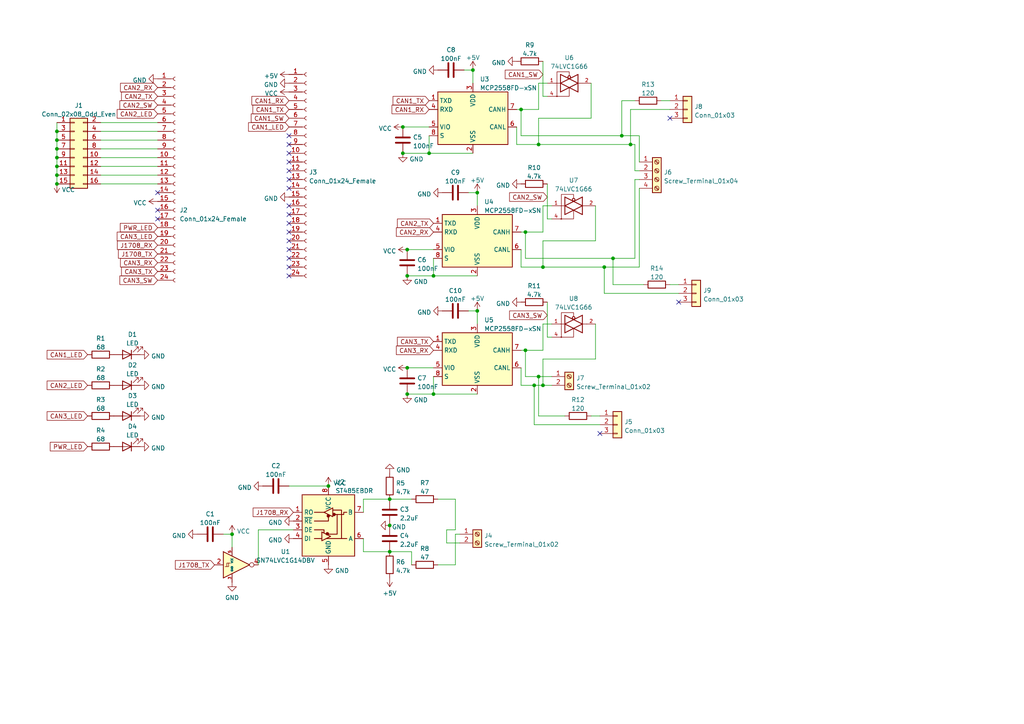
<source format=kicad_sch>
(kicad_sch (version 20211123) (generator eeschema)
  (paper "A4")
  (lib_symbols
    (symbol "74xGxx:74LVC1G66"
      (property "Reference" "U" (at -2.54 5.08 0))
      (property "Value" "74LVC1G66" (at 0 -5.08 0))
      (symbol "74LVC1G66_0_1"
        (circle (center -3.556 -3.81) (radius 0.127))
        (polyline (pts (xy -3.81 0) (xy -2.54 0)))
        (polyline (pts (xy -2.54 2.54) (xy -2.54 -2.54)) (stroke (width 0.254)))
        (polyline (pts (xy 2.54 0) (xy 3.81 0)))
        (polyline (pts (xy 2.54 2.54) (xy 2.54 -2.54)) (stroke (width 0.254)))
        (polyline (pts (xy -3.81 -3.81) (xy 0 -3.81) (xy 0 -1.27)))
        (polyline (pts (xy -2.54 -2.54) (xy 2.54 0) (xy -2.54 2.54)) (stroke (width 0.254)))
        (polyline (pts (xy 2.54 2.54) (xy -2.54 0) (xy 2.54 -2.54)) (stroke (width 0.254)))
        (polyline (pts (xy 0 2.159) (xy 0 3.302) (xy -3.556 3.302) (xy -3.556 -3.81)))
        (circle (center 0 1.778) (radius 0.381) (stroke (width 0.254)))
      )
      (symbol "74LVC1G66_1_1"
        (pin bidirectional line (at -6.35 0 0) (length 2.54) (name "~") (number "1"))
        (pin bidirectional line (at 6.35 0 180) (length 2.54) (name "~") (number "2"))
        (pin power_in line (at 1.27 -3.81 270) (length 0) hide (name "GND") (number "3"))
        (pin input line (at -6.35 -3.81 0) (length 2.54) (name "~") (number "4"))
        (pin power_in line (at 1.27 3.81 90) (length 0) hide (name "VCC") (number "5"))
      )
    )
    (symbol "74xGxx:SN74LVC1G14DBV"
      (property "Reference" "U" (at -2.54 5.08 0))
      (property "Value" "SN74LVC1G14DBV" (at 10.16 5.08 0))
      (symbol "SN74LVC1G14DBV_0_1"
        (polyline (pts (xy -1.016 0.508) (xy -0.508 0.508)))
        (polyline (pts (xy -2.54 3.81) (xy -2.54 -3.81) (xy 5.08 0) (xy -2.54 3.81)) (stroke (width 0.254)) (fill (type background)))
        (polyline (pts (xy -1.524 -0.508) (xy -1.524 0.508) (xy -1.016 0.508) (xy -1.016 -0.508) (xy -2.032 -0.508)))
        (circle (center 5.715 0) (radius 0.635))
      )
      (symbol "SN74LVC1G14DBV_1_1"
        (pin no_connect line (at 5.08 0 180) (length 2.54) hide (name "NC") (number "1"))
        (pin input line (at -5.08 0 0) (length 2.54) (name "~") (number "2"))
        (pin power_in line (at 0 -5.08 90) (length 2.54) (name "GND") (number "3"))
        (pin output line (at 7.62 0 180) (length 1.27) (name "~") (number "4"))
        (pin power_in line (at 0 5.08 270) (length 2.54) (name "VCC") (number "5"))
      )
    )
    (symbol "Connector:Conn_01x24_Female" (pin_names (offset 1.016) hide)
      (property "Reference" "J" (at 0 30.48 0))
      (property "Value" "Conn_01x24_Female" (at 0 -33.02 0))
      (symbol "Conn_01x24_Female_1_1"
        (arc (start 0 -29.972) (mid -0.508 -30.48) (end 0 -30.988) (stroke (width 0.1524)))
        (arc (start 0 -27.432) (mid -0.508 -27.94) (end 0 -28.448) (stroke (width 0.1524)))
        (arc (start 0 -24.892) (mid -0.508 -25.4) (end 0 -25.908) (stroke (width 0.1524)))
        (arc (start 0 -22.352) (mid -0.508 -22.86) (end 0 -23.368) (stroke (width 0.1524)))
        (arc (start 0 -19.812) (mid -0.508 -20.32) (end 0 -20.828) (stroke (width 0.1524)))
        (arc (start 0 -17.272) (mid -0.508 -17.78) (end 0 -18.288) (stroke (width 0.1524)))
        (arc (start 0 -14.732) (mid -0.508 -15.24) (end 0 -15.748) (stroke (width 0.1524)))
        (arc (start 0 -12.192) (mid -0.508 -12.7) (end 0 -13.208) (stroke (width 0.1524)))
        (arc (start 0 -9.652) (mid -0.508 -10.16) (end 0 -10.668) (stroke (width 0.1524)))
        (arc (start 0 -7.112) (mid -0.508 -7.62) (end 0 -8.128) (stroke (width 0.1524)))
        (arc (start 0 -4.572) (mid -0.508 -5.08) (end 0 -5.588) (stroke (width 0.1524)))
        (arc (start 0 -2.032) (mid -0.508 -2.54) (end 0 -3.048) (stroke (width 0.1524)))
        (polyline (pts (xy -1.27 -30.48) (xy -0.508 -30.48)) (stroke (width 0.1524)))
        (polyline (pts (xy -1.27 -27.94) (xy -0.508 -27.94)) (stroke (width 0.1524)))
        (polyline (pts (xy -1.27 -25.4) (xy -0.508 -25.4)) (stroke (width 0.1524)))
        (polyline (pts (xy -1.27 -22.86) (xy -0.508 -22.86)) (stroke (width 0.1524)))
        (polyline (pts (xy -1.27 -20.32) (xy -0.508 -20.32)) (stroke (width 0.1524)))
        (polyline (pts (xy -1.27 -17.78) (xy -0.508 -17.78)) (stroke (width 0.1524)))
        (polyline (pts (xy -1.27 -15.24) (xy -0.508 -15.24)) (stroke (width 0.1524)))
        (polyline (pts (xy -1.27 -12.7) (xy -0.508 -12.7)) (stroke (width 0.1524)))
        (polyline (pts (xy -1.27 -10.16) (xy -0.508 -10.16)) (stroke (width 0.1524)))
        (polyline (pts (xy -1.27 -7.62) (xy -0.508 -7.62)) (stroke (width 0.1524)))
        (polyline (pts (xy -1.27 -5.08) (xy -0.508 -5.08)) (stroke (width 0.1524)))
        (polyline (pts (xy -1.27 -2.54) (xy -0.508 -2.54)) (stroke (width 0.1524)))
        (polyline (pts (xy -1.27 0) (xy -0.508 0)) (stroke (width 0.1524)))
        (polyline (pts (xy -1.27 2.54) (xy -0.508 2.54)) (stroke (width 0.1524)))
        (polyline (pts (xy -1.27 5.08) (xy -0.508 5.08)) (stroke (width 0.1524)))
        (polyline (pts (xy -1.27 7.62) (xy -0.508 7.62)) (stroke (width 0.1524)))
        (polyline (pts (xy -1.27 10.16) (xy -0.508 10.16)) (stroke (width 0.1524)))
        (polyline (pts (xy -1.27 12.7) (xy -0.508 12.7)) (stroke (width 0.1524)))
        (polyline (pts (xy -1.27 15.24) (xy -0.508 15.24)) (stroke (width 0.1524)))
        (polyline (pts (xy -1.27 17.78) (xy -0.508 17.78)) (stroke (width 0.1524)))
        (polyline (pts (xy -1.27 20.32) (xy -0.508 20.32)) (stroke (width 0.1524)))
        (polyline (pts (xy -1.27 22.86) (xy -0.508 22.86)) (stroke (width 0.1524)))
        (polyline (pts (xy -1.27 25.4) (xy -0.508 25.4)) (stroke (width 0.1524)))
        (polyline (pts (xy -1.27 27.94) (xy -0.508 27.94)) (stroke (width 0.1524)))
        (arc (start 0 0.508) (mid -0.508 0) (end 0 -0.508) (stroke (width 0.1524)))
        (arc (start 0 3.048) (mid -0.508 2.54) (end 0 2.032) (stroke (width 0.1524)))
        (arc (start 0 5.588) (mid -0.508 5.08) (end 0 4.572) (stroke (width 0.1524)))
        (arc (start 0 8.128) (mid -0.508 7.62) (end 0 7.112) (stroke (width 0.1524)))
        (arc (start 0 10.668) (mid -0.508 10.16) (end 0 9.652) (stroke (width 0.1524)))
        (arc (start 0 13.208) (mid -0.508 12.7) (end 0 12.192) (stroke (width 0.1524)))
        (arc (start 0 15.748) (mid -0.508 15.24) (end 0 14.732) (stroke (width 0.1524)))
        (arc (start 0 18.288) (mid -0.508 17.78) (end 0 17.272) (stroke (width 0.1524)))
        (arc (start 0 20.828) (mid -0.508 20.32) (end 0 19.812) (stroke (width 0.1524)))
        (arc (start 0 23.368) (mid -0.508 22.86) (end 0 22.352) (stroke (width 0.1524)))
        (arc (start 0 25.908) (mid -0.508 25.4) (end 0 24.892) (stroke (width 0.1524)))
        (arc (start 0 28.448) (mid -0.508 27.94) (end 0 27.432) (stroke (width 0.1524)))
        (pin passive line (at -5.08 27.94 0) (length 3.81) (name "Pin_1") (number "1"))
        (pin passive line (at -5.08 5.08 0) (length 3.81) (name "Pin_10") (number "10"))
        (pin passive line (at -5.08 2.54 0) (length 3.81) (name "Pin_11") (number "11"))
        (pin passive line (at -5.08 0 0) (length 3.81) (name "Pin_12") (number "12"))
        (pin passive line (at -5.08 -2.54 0) (length 3.81) (name "Pin_13") (number "13"))
        (pin passive line (at -5.08 -5.08 0) (length 3.81) (name "Pin_14") (number "14"))
        (pin passive line (at -5.08 -7.62 0) (length 3.81) (name "Pin_15") (number "15"))
        (pin passive line (at -5.08 -10.16 0) (length 3.81) (name "Pin_16") (number "16"))
        (pin passive line (at -5.08 -12.7 0) (length 3.81) (name "Pin_17") (number "17"))
        (pin passive line (at -5.08 -15.24 0) (length 3.81) (name "Pin_18") (number "18"))
        (pin passive line (at -5.08 -17.78 0) (length 3.81) (name "Pin_19") (number "19"))
        (pin passive line (at -5.08 25.4 0) (length 3.81) (name "Pin_2") (number "2"))
        (pin passive line (at -5.08 -20.32 0) (length 3.81) (name "Pin_20") (number "20"))
        (pin passive line (at -5.08 -22.86 0) (length 3.81) (name "Pin_21") (number "21"))
        (pin passive line (at -5.08 -25.4 0) (length 3.81) (name "Pin_22") (number "22"))
        (pin passive line (at -5.08 -27.94 0) (length 3.81) (name "Pin_23") (number "23"))
        (pin passive line (at -5.08 -30.48 0) (length 3.81) (name "Pin_24") (number "24"))
        (pin passive line (at -5.08 22.86 0) (length 3.81) (name "Pin_3") (number "3"))
        (pin passive line (at -5.08 20.32 0) (length 3.81) (name "Pin_4") (number "4"))
        (pin passive line (at -5.08 17.78 0) (length 3.81) (name "Pin_5") (number "5"))
        (pin passive line (at -5.08 15.24 0) (length 3.81) (name "Pin_6") (number "6"))
        (pin passive line (at -5.08 12.7 0) (length 3.81) (name "Pin_7") (number "7"))
        (pin passive line (at -5.08 10.16 0) (length 3.81) (name "Pin_8") (number "8"))
        (pin passive line (at -5.08 7.62 0) (length 3.81) (name "Pin_9") (number "9"))
      )
    )
    (symbol "Connector:Screw_Terminal_01x02" (pin_names (offset 1.016) hide)
      (property "Reference" "J" (at 0 2.54 0))
      (property "Value" "Screw_Terminal_01x02" (at 0 -5.08 0))
      (symbol "Screw_Terminal_01x02_1_1"
        (rectangle (start -1.27 1.27) (end 1.27 -3.81) (stroke (width 0.254)) (fill (type background)))
        (circle (center 0 -2.54) (radius 0.635) (stroke (width 0.1524)))
        (polyline (pts (xy -0.5334 -2.2098) (xy 0.3302 -3.048)) (stroke (width 0.1524)))
        (polyline (pts (xy -0.5334 0.3302) (xy 0.3302 -0.508)) (stroke (width 0.1524)))
        (polyline (pts (xy -0.3556 -2.032) (xy 0.508 -2.8702)) (stroke (width 0.1524)))
        (polyline (pts (xy -0.3556 0.508) (xy 0.508 -0.3302)) (stroke (width 0.1524)))
        (circle (center 0 0) (radius 0.635) (stroke (width 0.1524)))
        (pin passive line (at -5.08 0 0) (length 3.81) (name "Pin_1") (number "1"))
        (pin passive line (at -5.08 -2.54 0) (length 3.81) (name "Pin_2") (number "2"))
      )
    )
    (symbol "Connector:Screw_Terminal_01x04" (pin_names (offset 1.016) hide)
      (property "Reference" "J" (at 0 5.08 0))
      (property "Value" "Screw_Terminal_01x04" (at 0 -7.62 0))
      (symbol "Screw_Terminal_01x04_1_1"
        (rectangle (start -1.27 3.81) (end 1.27 -6.35) (stroke (width 0.254)) (fill (type background)))
        (circle (center 0 -5.08) (radius 0.635) (stroke (width 0.1524)))
        (circle (center 0 -2.54) (radius 0.635) (stroke (width 0.1524)))
        (polyline (pts (xy -0.5334 -4.7498) (xy 0.3302 -5.588)) (stroke (width 0.1524)))
        (polyline (pts (xy -0.5334 -2.2098) (xy 0.3302 -3.048)) (stroke (width 0.1524)))
        (polyline (pts (xy -0.5334 0.3302) (xy 0.3302 -0.508)) (stroke (width 0.1524)))
        (polyline (pts (xy -0.5334 2.8702) (xy 0.3302 2.032)) (stroke (width 0.1524)))
        (polyline (pts (xy -0.3556 -4.572) (xy 0.508 -5.4102)) (stroke (width 0.1524)))
        (polyline (pts (xy -0.3556 -2.032) (xy 0.508 -2.8702)) (stroke (width 0.1524)))
        (polyline (pts (xy -0.3556 0.508) (xy 0.508 -0.3302)) (stroke (width 0.1524)))
        (polyline (pts (xy -0.3556 3.048) (xy 0.508 2.2098)) (stroke (width 0.1524)))
        (circle (center 0 0) (radius 0.635) (stroke (width 0.1524)))
        (circle (center 0 2.54) (radius 0.635) (stroke (width 0.1524)))
        (pin passive line (at -5.08 2.54 0) (length 3.81) (name "Pin_1") (number "1"))
        (pin passive line (at -5.08 0 0) (length 3.81) (name "Pin_2") (number "2"))
        (pin passive line (at -5.08 -2.54 0) (length 3.81) (name "Pin_3") (number "3"))
        (pin passive line (at -5.08 -5.08 0) (length 3.81) (name "Pin_4") (number "4"))
      )
    )
    (symbol "Connector_Generic:Conn_01x03" (pin_names (offset 1.016) hide)
      (property "Reference" "J" (at 0 5.08 0))
      (property "Value" "Conn_01x03" (at 0 -5.08 0))
      (symbol "Conn_01x03_1_1"
        (rectangle (start -1.27 -2.413) (end 0 -2.667) (stroke (width 0.1524)))
        (rectangle (start -1.27 0.127) (end 0 -0.127) (stroke (width 0.1524)))
        (rectangle (start -1.27 2.667) (end 0 2.413) (stroke (width 0.1524)))
        (rectangle (start -1.27 3.81) (end 1.27 -3.81) (stroke (width 0.254)) (fill (type background)))
        (pin passive line (at -5.08 2.54 0) (length 3.81) (name "Pin_1") (number "1"))
        (pin passive line (at -5.08 0 0) (length 3.81) (name "Pin_2") (number "2"))
        (pin passive line (at -5.08 -2.54 0) (length 3.81) (name "Pin_3") (number "3"))
      )
    )
    (symbol "Connector_Generic:Conn_02x08_Odd_Even" (pin_names (offset 1.016) hide)
      (property "Reference" "J" (at 1.27 10.16 0))
      (property "Value" "Conn_02x08_Odd_Even" (at 1.27 -12.7 0))
      (symbol "Conn_02x08_Odd_Even_1_1"
        (rectangle (start -1.27 -10.033) (end 0 -10.287) (stroke (width 0.1524)))
        (rectangle (start -1.27 -7.493) (end 0 -7.747) (stroke (width 0.1524)))
        (rectangle (start -1.27 -4.953) (end 0 -5.207) (stroke (width 0.1524)))
        (rectangle (start -1.27 -2.413) (end 0 -2.667) (stroke (width 0.1524)))
        (rectangle (start -1.27 0.127) (end 0 -0.127) (stroke (width 0.1524)))
        (rectangle (start -1.27 2.667) (end 0 2.413) (stroke (width 0.1524)))
        (rectangle (start -1.27 5.207) (end 0 4.953) (stroke (width 0.1524)))
        (rectangle (start -1.27 7.747) (end 0 7.493) (stroke (width 0.1524)))
        (rectangle (start -1.27 8.89) (end 3.81 -11.43) (stroke (width 0.254)) (fill (type background)))
        (rectangle (start 3.81 -10.033) (end 2.54 -10.287) (stroke (width 0.1524)))
        (rectangle (start 3.81 -7.493) (end 2.54 -7.747) (stroke (width 0.1524)))
        (rectangle (start 3.81 -4.953) (end 2.54 -5.207) (stroke (width 0.1524)))
        (rectangle (start 3.81 -2.413) (end 2.54 -2.667) (stroke (width 0.1524)))
        (rectangle (start 3.81 0.127) (end 2.54 -0.127) (stroke (width 0.1524)))
        (rectangle (start 3.81 2.667) (end 2.54 2.413) (stroke (width 0.1524)))
        (rectangle (start 3.81 5.207) (end 2.54 4.953) (stroke (width 0.1524)))
        (rectangle (start 3.81 7.747) (end 2.54 7.493) (stroke (width 0.1524)))
        (pin passive line (at -5.08 7.62 0) (length 3.81) (name "Pin_1") (number "1"))
        (pin passive line (at 7.62 -2.54 180) (length 3.81) (name "Pin_10") (number "10"))
        (pin passive line (at -5.08 -5.08 0) (length 3.81) (name "Pin_11") (number "11"))
        (pin passive line (at 7.62 -5.08 180) (length 3.81) (name "Pin_12") (number "12"))
        (pin passive line (at -5.08 -7.62 0) (length 3.81) (name "Pin_13") (number "13"))
        (pin passive line (at 7.62 -7.62 180) (length 3.81) (name "Pin_14") (number "14"))
        (pin passive line (at -5.08 -10.16 0) (length 3.81) (name "Pin_15") (number "15"))
        (pin passive line (at 7.62 -10.16 180) (length 3.81) (name "Pin_16") (number "16"))
        (pin passive line (at 7.62 7.62 180) (length 3.81) (name "Pin_2") (number "2"))
        (pin passive line (at -5.08 5.08 0) (length 3.81) (name "Pin_3") (number "3"))
        (pin passive line (at 7.62 5.08 180) (length 3.81) (name "Pin_4") (number "4"))
        (pin passive line (at -5.08 2.54 0) (length 3.81) (name "Pin_5") (number "5"))
        (pin passive line (at 7.62 2.54 180) (length 3.81) (name "Pin_6") (number "6"))
        (pin passive line (at -5.08 0 0) (length 3.81) (name "Pin_7") (number "7"))
        (pin passive line (at 7.62 0 180) (length 3.81) (name "Pin_8") (number "8"))
        (pin passive line (at -5.08 -2.54 0) (length 3.81) (name "Pin_9") (number "9"))
      )
    )
    (symbol "Device:C" (pin_numbers hide) (pin_names (offset 0.254))
      (property "Reference" "C" (at 0.635 2.54 0))
      (property "Value" "C" (at 0.635 -2.54 0))
      (symbol "C_0_1"
        (polyline (pts (xy -2.032 -0.762) (xy 2.032 -0.762)) (stroke (width 0.508)))
        (polyline (pts (xy -2.032 0.762) (xy 2.032 0.762)) (stroke (width 0.508)))
      )
      (symbol "C_1_1"
        (pin passive line (at 0 3.81 270) (length 2.794) (name "~") (number "1"))
        (pin passive line (at 0 -3.81 90) (length 2.794) (name "~") (number "2"))
      )
    )
    (symbol "Device:LED" (pin_numbers hide) (pin_names (offset 1.016) hide)
      (property "Reference" "D" (at 0 2.54 0))
      (property "Value" "LED" (at 0 -2.54 0))
      (symbol "LED_0_1"
        (polyline (pts (xy -1.27 -1.27) (xy -1.27 1.27)) (stroke (width 0.254)))
        (polyline (pts (xy -1.27 0) (xy 1.27 0)))
        (polyline (pts (xy 1.27 -1.27) (xy 1.27 1.27) (xy -1.27 0) (xy 1.27 -1.27)) (stroke (width 0.254)))
        (polyline (pts (xy -3.048 -0.762) (xy -4.572 -2.286) (xy -3.81 -2.286) (xy -4.572 -2.286) (xy -4.572 -1.524)))
        (polyline (pts (xy -1.778 -0.762) (xy -3.302 -2.286) (xy -2.54 -2.286) (xy -3.302 -2.286) (xy -3.302 -1.524)))
      )
      (symbol "LED_1_1"
        (pin passive line (at -3.81 0 0) (length 2.54) (name "K") (number "1"))
        (pin passive line (at 3.81 0 180) (length 2.54) (name "A") (number "2"))
      )
    )
    (symbol "Device:R" (pin_numbers hide) (pin_names (offset 0))
      (property "Reference" "R" (at 2.032 0 90))
      (property "Value" "R" (at 0 0 90))
      (symbol "R_0_1"
        (rectangle (start -1.016 -2.54) (end 1.016 2.54) (stroke (width 0.254)))
      )
      (symbol "R_1_1"
        (pin passive line (at 0 3.81 270) (length 1.27) (name "~") (number "1"))
        (pin passive line (at 0 -3.81 90) (length 1.27) (name "~") (number "2"))
      )
    )
    (symbol "Interface_CAN_LIN:MCP2558FD-xSN"
      (property "Reference" "U" (at -10.16 10.16 0))
      (property "Value" "MCP2558FD-xSN" (at 2.54 10.16 0))
      (symbol "MCP2558FD-xSN_0_1"
        (rectangle (start -10.16 7.62) (end 10.16 -7.62) (stroke (width 0.254)) (fill (type background)))
      )
      (symbol "MCP2558FD-xSN_1_1"
        (pin input line (at -12.7 5.08 0) (length 2.54) (name "TXD") (number "1"))
        (pin power_in line (at 0 -10.16 90) (length 2.54) (name "VSS") (number "2"))
        (pin power_in line (at 0 10.16 270) (length 2.54) (name "VDD") (number "3"))
        (pin output line (at -12.7 2.54 0) (length 2.54) (name "RXD") (number "4"))
        (pin power_in line (at -12.7 -2.54 0) (length 2.54) (name "VIO") (number "5"))
        (pin bidirectional line (at 12.7 -2.54 180) (length 2.54) (name "CANL") (number "6"))
        (pin bidirectional line (at 12.7 2.54 180) (length 2.54) (name "CANH") (number "7"))
        (pin input line (at -12.7 -5.08 0) (length 2.54) (name "S") (number "8"))
      )
    )
    (symbol "Interface_UART:ST485EBDR"
      (property "Reference" "U" (at -6.35 8.89 0))
      (property "Value" "ST485EBDR" (at 1.27 8.89 0))
      (symbol "ST485EBDR_0_1"
        (rectangle (start -7.62 7.62) (end 7.62 -10.16) (stroke (width 0.254)) (fill (type background)))
        (circle (center -0.3048 -3.683) (radius 0.3556) (stroke (width 0.254)) (fill (type outline)))
        (circle (center -0.0254 1.4986) (radius 0.3556) (stroke (width 0.254)) (fill (type outline)))
        (polyline (pts (xy -4.064 -5.08) (xy -1.905 -5.08)) (stroke (width 0.254)))
        (polyline (pts (xy -4.064 2.54) (xy -1.27 2.54)) (stroke (width 0.254)))
        (polyline (pts (xy -1.27 -3.2004) (xy -1.27 -3.4544)) (stroke (width 0.254)))
        (polyline (pts (xy -0.635 -5.08) (xy 5.334 -5.08)) (stroke (width 0.254)))
        (polyline (pts (xy -4.064 -2.54) (xy -1.27 -2.54) (xy -1.27 -3.175)) (stroke (width 0.254)))
        (polyline (pts (xy 0 1.27) (xy 0 0) (xy -4.064 0)) (stroke (width 0.254)))
        (polyline (pts (xy 1.27 3.175) (xy 3.81 3.175) (xy 3.81 -5.08)) (stroke (width 0.254)))
        (polyline (pts (xy 2.54 1.905) (xy 2.54 -3.81) (xy 0 -3.81)) (stroke (width 0.254)))
        (polyline (pts (xy -1.905 -3.175) (xy -1.905 -5.715) (xy 0.635 -4.445) (xy -1.905 -3.175)) (stroke (width 0.254)))
        (polyline (pts (xy -1.27 2.54) (xy 1.27 3.81) (xy 1.27 1.27) (xy -1.27 2.54)) (stroke (width 0.254)))
        (polyline (pts (xy 1.905 1.905) (xy 4.445 1.905) (xy 4.445 2.54) (xy 5.334 2.54)) (stroke (width 0.254)))
        (rectangle (start 1.27 3.175) (end 1.27 3.175))
        (circle (center 1.651 1.905) (radius 0.3556) (stroke (width 0.254)) (fill (type outline)))
      )
      (symbol "ST485EBDR_1_1"
        (pin output line (at -10.16 2.54 0) (length 2.54) (name "RO") (number "1"))
        (pin input line (at -10.16 0 0) (length 2.54) (name "~{RE}") (number "2"))
        (pin input line (at -10.16 -2.54 0) (length 2.54) (name "DE") (number "3"))
        (pin input line (at -10.16 -5.08 0) (length 2.54) (name "DI") (number "4"))
        (pin power_in line (at 0 -12.7 90) (length 2.54) (name "GND") (number "5"))
        (pin bidirectional line (at 10.16 -5.08 180) (length 2.54) (name "A") (number "6"))
        (pin bidirectional line (at 10.16 2.54 180) (length 2.54) (name "B") (number "7"))
        (pin power_in line (at 0 10.16 270) (length 2.54) (name "VCC") (number "8"))
      )
    )
    (symbol "power:+5V" (power) (pin_names (offset 0))
      (property "Value" "+5V" (at 0 3.556 0))
      (symbol "+5V_0_1"
        (polyline (pts (xy -0.762 1.27) (xy 0 2.54)))
        (polyline (pts (xy 0 0) (xy 0 2.54)))
        (polyline (pts (xy 0 2.54) (xy 0.762 1.27)))
      )
      (symbol "+5V_1_1"
        (pin power_in line (at 0 0 90) (length 0) hide (name "+5V") (number "1"))
      )
    )
    (symbol "power:GND" (power) (pin_names (offset 0))
      (property "Value" "GND" (at 0 -3.81 0))
      (symbol "GND_0_1"
        (polyline (pts (xy 0 0) (xy 0 -1.27) (xy 1.27 -1.27) (xy 0 -2.54) (xy -1.27 -1.27) (xy 0 -1.27)))
      )
      (symbol "GND_1_1"
        (pin power_in line (at 0 0 270) (length 0) hide (name "GND") (number "1"))
      )
    )
    (symbol "power:VCC" (power) (pin_names (offset 0))
      (property "Value" "VCC" (at 0 3.81 0))
      (symbol "VCC_0_1"
        (polyline (pts (xy -0.762 1.27) (xy 0 2.54)))
        (polyline (pts (xy 0 0) (xy 0 2.54)))
        (polyline (pts (xy 0 2.54) (xy 0.762 1.27)))
      )
      (symbol "VCC_1_1"
        (pin power_in line (at 0 0 90) (length 0) hide (name "VCC") (number "1"))
      )
    )
  )
  (junction (at 152.4 67.31))
  (junction (at 154.94 111.76))
  (junction (at 125.73 114.3))
  (junction (at 116.84 44.45))
  (junction (at 113.03 152.4))
  (junction (at 125.73 80.01))
  (junction (at 16.51 53.34))
  (junction (at 16.51 45.72))
  (junction (at 16.51 50.8))
  (junction (at 16.51 48.26))
  (junction (at 151.13 31.75))
  (junction (at 152.4 101.6))
  (junction (at 16.51 40.64))
  (junction (at 175.26 77.47))
  (junction (at 156.21 41.91))
  (junction (at 180.34 39.37))
  (junction (at 157.48 77.47))
  (junction (at 118.11 114.3))
  (junction (at 113.03 144.78))
  (junction (at 177.8 74.93))
  (junction (at 156.21 109.22))
  (junction (at 182.88 41.91))
  (junction (at 138.43 90.17))
  (junction (at 16.51 38.1))
  (junction (at 124.46 44.45))
  (junction (at 116.84 36.83))
  (junction (at 138.43 55.88))
  (junction (at 118.11 72.39))
  (junction (at 113.03 160.02))
  (junction (at 67.31 154.94))
  (junction (at 95.25 140.97))
  (junction (at 16.51 43.18))
  (junction (at 157.48 111.76))
  (junction (at 118.11 80.01))
  (junction (at 118.11 106.68))
  (junction (at 137.16 20.32))
  (no_connect (at 194.31 34.29))
  (no_connect (at 196.85 87.63))
  (no_connect (at 173.99 125.73))
  (no_connect (at 83.82 69.85))
  (no_connect (at 83.82 72.39))
  (no_connect (at 83.82 74.93))
  (no_connect (at 83.82 77.47))
  (no_connect (at 83.82 80.01))
  (no_connect (at 83.82 49.53))
  (no_connect (at 83.82 52.07))
  (no_connect (at 83.82 54.61))
  (no_connect (at 83.82 59.69))
  (no_connect (at 83.82 62.23))
  (no_connect (at 83.82 64.77))
  (no_connect (at 83.82 67.31))
  (no_connect (at 83.82 39.37))
  (no_connect (at 83.82 41.91))
  (no_connect (at 83.82 44.45))
  (no_connect (at 83.82 46.99))
  (no_connect (at 45.72 55.88))
  (no_connect (at 45.72 60.96))
  (no_connect (at 45.72 63.5))
  (wire (pts (xy 29.21 48.26) (xy 45.72 48.26)))
  (wire (pts (xy 158.75 53.34) (xy 158.75 63.5)))
  (wire (pts (xy 158.75 97.79) (xy 160.02 97.79)))
  (wire (pts (xy 152.4 101.6) (xy 157.48 101.6)))
  (wire (pts (xy 67.31 154.94) (xy 67.31 158.75)))
  (wire (pts (xy 29.21 45.72) (xy 45.72 45.72)))
  (wire (pts (xy 67.31 154.94) (xy 64.77 154.94)))
  (wire (pts (xy 118.11 106.68) (xy 125.73 106.68)))
  (wire (pts (xy 135.89 90.17) (xy 138.43 90.17)))
  (wire (pts (xy 154.94 111.76) (xy 157.48 111.76)))
  (wire (pts (xy 113.03 160.02) (xy 119.38 160.02)))
  (wire (pts (xy 157.48 69.85) (xy 172.72 69.85)))
  (wire (pts (xy 124.46 39.37) (xy 124.46 44.45)))
  (wire (pts (xy 16.51 35.56) (xy 16.51 38.1)))
  (wire (pts (xy 134.62 20.32) (xy 137.16 20.32)))
  (wire (pts (xy 135.89 55.88) (xy 138.43 55.88)))
  (wire (pts (xy 184.15 49.53) (xy 185.42 49.53)))
  (wire (pts (xy 149.86 41.91) (xy 156.21 41.91)))
  (wire (pts (xy 125.73 80.01) (xy 138.43 80.01)))
  (wire (pts (xy 138.43 90.17) (xy 138.43 93.98)))
  (wire (pts (xy 129.54 153.67) (xy 129.54 157.48)))
  (wire (pts (xy 154.94 123.19) (xy 173.99 123.19)))
  (wire (pts (xy 125.73 74.93) (xy 125.73 80.01)))
  (wire (pts (xy 157.48 111.76) (xy 157.48 104.14)))
  (wire (pts (xy 157.48 104.14) (xy 172.72 104.14)))
  (wire (pts (xy 156.21 41.91) (xy 182.88 41.91)))
  (wire (pts (xy 175.26 77.47) (xy 175.26 85.09)))
  (wire (pts (xy 171.45 34.29) (xy 171.45 24.13)))
  (wire (pts (xy 184.15 52.07) (xy 185.42 52.07)))
  (wire (pts (xy 113.03 144.78) (xy 119.38 144.78)))
  (wire (pts (xy 125.73 109.22) (xy 125.73 114.3)))
  (wire (pts (xy 157.48 77.47) (xy 157.48 69.85)))
  (wire (pts (xy 132.08 154.94) (xy 132.08 163.83)))
  (wire (pts (xy 156.21 24.13) (xy 158.75 24.13)))
  (wire (pts (xy 119.38 160.02) (xy 119.38 163.83)))
  (wire (pts (xy 151.13 77.47) (xy 157.48 77.47)))
  (wire (pts (xy 74.93 153.67) (xy 85.09 153.67)))
  (wire (pts (xy 151.13 67.31) (xy 152.4 67.31)))
  (wire (pts (xy 151.13 106.68) (xy 151.13 111.76)))
  (wire (pts (xy 133.35 154.94) (xy 132.08 154.94)))
  (wire (pts (xy 185.42 39.37) (xy 185.42 46.99)))
  (wire (pts (xy 118.11 72.39) (xy 125.73 72.39)))
  (wire (pts (xy 175.26 77.47) (xy 185.42 77.47)))
  (wire (pts (xy 180.34 29.21) (xy 184.15 29.21)))
  (wire (pts (xy 152.4 109.22) (xy 156.21 109.22)))
  (wire (pts (xy 29.21 38.1) (xy 45.72 38.1)))
  (wire (pts (xy 29.21 50.8) (xy 45.72 50.8)))
  (wire (pts (xy 137.16 20.32) (xy 137.16 24.13)))
  (wire (pts (xy 151.13 39.37) (xy 180.34 39.37)))
  (wire (pts (xy 127 144.78) (xy 132.08 144.78)))
  (wire (pts (xy 124.46 44.45) (xy 116.84 44.45)))
  (wire (pts (xy 151.13 111.76) (xy 154.94 111.76)))
  (wire (pts (xy 151.13 72.39) (xy 151.13 77.47)))
  (wire (pts (xy 105.41 160.02) (xy 113.03 160.02)))
  (wire (pts (xy 152.4 67.31) (xy 152.4 74.93)))
  (wire (pts (xy 177.8 74.93) (xy 184.15 74.93)))
  (wire (pts (xy 156.21 109.22) (xy 156.21 120.65)))
  (wire (pts (xy 158.75 87.63) (xy 158.75 97.79)))
  (wire (pts (xy 105.41 156.21) (xy 105.41 160.02)))
  (wire (pts (xy 129.54 157.48) (xy 133.35 157.48)))
  (wire (pts (xy 185.42 77.47) (xy 185.42 54.61)))
  (wire (pts (xy 16.51 50.8) (xy 16.51 53.34)))
  (wire (pts (xy 16.51 48.26) (xy 16.51 50.8)))
  (wire (pts (xy 184.15 41.91) (xy 184.15 49.53)))
  (wire (pts (xy 149.86 31.75) (xy 151.13 31.75)))
  (wire (pts (xy 157.48 111.76) (xy 160.02 111.76)))
  (wire (pts (xy 156.21 109.22) (xy 160.02 109.22)))
  (wire (pts (xy 177.8 74.93) (xy 177.8 82.55)))
  (wire (pts (xy 125.73 114.3) (xy 118.11 114.3)))
  (wire (pts (xy 127 163.83) (xy 132.08 163.83)))
  (wire (pts (xy 152.4 101.6) (xy 152.4 109.22)))
  (wire (pts (xy 151.13 31.75) (xy 151.13 39.37)))
  (wire (pts (xy 157.48 101.6) (xy 157.48 93.98)))
  (wire (pts (xy 157.48 17.78) (xy 157.48 27.94)))
  (wire (pts (xy 158.75 63.5) (xy 160.02 63.5)))
  (wire (pts (xy 191.77 29.21) (xy 194.31 29.21)))
  (wire (pts (xy 175.26 85.09) (xy 196.85 85.09)))
  (wire (pts (xy 157.48 27.94) (xy 158.75 27.94)))
  (wire (pts (xy 125.73 114.3) (xy 138.43 114.3)))
  (wire (pts (xy 156.21 31.75) (xy 156.21 24.13)))
  (wire (pts (xy 151.13 101.6) (xy 152.4 101.6)))
  (wire (pts (xy 29.21 53.34) (xy 45.72 53.34)))
  (wire (pts (xy 194.31 82.55) (xy 196.85 82.55)))
  (wire (pts (xy 138.43 55.88) (xy 138.43 59.69)))
  (wire (pts (xy 29.21 35.56) (xy 45.72 35.56)))
  (wire (pts (xy 124.46 44.45) (xy 137.16 44.45)))
  (wire (pts (xy 132.08 144.78) (xy 132.08 153.67)))
  (wire (pts (xy 116.84 36.83) (xy 124.46 36.83)))
  (wire (pts (xy 105.41 144.78) (xy 113.03 144.78)))
  (wire (pts (xy 157.48 77.47) (xy 175.26 77.47)))
  (wire (pts (xy 157.48 93.98) (xy 160.02 93.98)))
  (wire (pts (xy 16.51 45.72) (xy 16.51 48.26)))
  (wire (pts (xy 184.15 74.93) (xy 184.15 52.07)))
  (wire (pts (xy 154.94 111.76) (xy 154.94 123.19)))
  (wire (pts (xy 125.73 80.01) (xy 118.11 80.01)))
  (wire (pts (xy 29.21 43.18) (xy 45.72 43.18)))
  (wire (pts (xy 152.4 74.93) (xy 177.8 74.93)))
  (wire (pts (xy 83.82 140.97) (xy 95.25 140.97)))
  (wire (pts (xy 194.31 31.75) (xy 182.88 31.75)))
  (wire (pts (xy 16.51 40.64) (xy 16.51 43.18)))
  (wire (pts (xy 149.86 36.83) (xy 149.86 41.91)))
  (wire (pts (xy 16.51 43.18) (xy 16.51 45.72)))
  (wire (pts (xy 182.88 31.75) (xy 182.88 41.91)))
  (wire (pts (xy 172.72 104.14) (xy 172.72 93.98)))
  (wire (pts (xy 182.88 41.91) (xy 184.15 41.91)))
  (wire (pts (xy 156.21 120.65) (xy 163.83 120.65)))
  (wire (pts (xy 105.41 148.59) (xy 105.41 144.78)))
  (wire (pts (xy 156.21 41.91) (xy 156.21 34.29)))
  (wire (pts (xy 16.51 38.1) (xy 16.51 40.64)))
  (wire (pts (xy 132.08 153.67) (xy 129.54 153.67)))
  (wire (pts (xy 152.4 67.31) (xy 157.48 67.31)))
  (wire (pts (xy 180.34 39.37) (xy 180.34 29.21)))
  (wire (pts (xy 172.72 69.85) (xy 172.72 59.69)))
  (wire (pts (xy 74.93 163.83) (xy 74.93 153.67)))
  (wire (pts (xy 157.48 67.31) (xy 157.48 59.69)))
  (wire (pts (xy 171.45 120.65) (xy 173.99 120.65)))
  (wire (pts (xy 29.21 40.64) (xy 45.72 40.64)))
  (wire (pts (xy 180.34 39.37) (xy 185.42 39.37)))
  (wire (pts (xy 157.48 59.69) (xy 160.02 59.69)))
  (wire (pts (xy 156.21 34.29) (xy 171.45 34.29)))
  (wire (pts (xy 151.13 31.75) (xy 156.21 31.75)))
  (wire (pts (xy 177.8 82.55) (xy 186.69 82.55)))
  (global_label "CAN1_SW" (shape input) (at 83.82 34.29 180) (property "Intersheet References" "${INTERSHEET_REFS}" (effects hide)))
  (global_label "CAN2_RX" (shape input) (at 45.72 25.4 180) (property "Intersheet References" "${INTERSHEET_REFS}" (effects hide)))
  (global_label "CAN1_RX" (shape input) (at 83.82 29.21 180) (property "Intersheet References" "${INTERSHEET_REFS}" (effects hide)))
  (global_label "CAN2_LED" (shape input) (at 45.72 33.02 180) (property "Intersheet References" "${INTERSHEET_REFS}" (effects hide)))
  (global_label "CAN3_RX" (shape input) (at 45.72 76.2 180) (property "Intersheet References" "${INTERSHEET_REFS}" (effects hide)))
  (global_label "J1708_RX" (shape input) (at 45.72 71.12 180) (property "Intersheet References" "${INTERSHEET_REFS}" (effects hide)))
  (global_label "CAN3_LED" (shape input) (at 45.72 68.58 180) (property "Intersheet References" "${INTERSHEET_REFS}" (effects hide)))
  (global_label "CAN1_RX" (shape input) (at 124.46 31.75 180) (property "Intersheet References" "${INTERSHEET_REFS}" (effects hide)))
  (global_label "J1708_TX" (shape input) (at 45.72 73.66 180) (property "Intersheet References" "${INTERSHEET_REFS}" (effects hide)))
  (global_label "CAN3_RX" (shape input) (at 125.73 101.6 180) (property "Intersheet References" "${INTERSHEET_REFS}" (effects hide)))
  (global_label "CAN1_LED" (shape input) (at 83.82 36.83 180) (property "Intersheet References" "${INTERSHEET_REFS}" (effects hide)))
  (global_label "CAN2_LED" (shape input) (at 25.4 111.76 180) (property "Intersheet References" "${INTERSHEET_REFS}" (effects hide)))
  (global_label "CAN3_TX" (shape input) (at 125.73 99.06 180) (property "Intersheet References" "${INTERSHEET_REFS}" (effects hide)))
  (global_label "CAN1_SW" (shape input) (at 157.48 21.59 180) (property "Intersheet References" "${INTERSHEET_REFS}" (effects hide)))
  (global_label "CAN2_RX" (shape input) (at 125.73 67.31 180) (property "Intersheet References" "${INTERSHEET_REFS}" (effects hide)))
  (global_label "PWR_LED" (shape input) (at 25.4 129.54 180) (property "Intersheet References" "${INTERSHEET_REFS}" (effects hide)))
  (global_label "CAN2_TX" (shape input) (at 45.72 27.94 180) (property "Intersheet References" "${INTERSHEET_REFS}" (effects hide)))
  (global_label "J1708_TX" (shape input) (at 62.23 163.83 180) (property "Intersheet References" "${INTERSHEET_REFS}" (effects hide)))
  (global_label "CAN3_SW" (shape input) (at 45.72 81.28 180) (property "Intersheet References" "${INTERSHEET_REFS}" (effects hide)))
  (global_label "CAN3_TX" (shape input) (at 45.72 78.74 180) (property "Intersheet References" "${INTERSHEET_REFS}" (effects hide)))
  (global_label "CAN2_TX" (shape input) (at 125.73 64.77 180) (property "Intersheet References" "${INTERSHEET_REFS}" (effects hide)))
  (global_label "CAN3_LED" (shape input) (at 25.4 120.65 180) (property "Intersheet References" "${INTERSHEET_REFS}" (effects hide)))
  (global_label "CAN3_SW" (shape input) (at 158.75 91.44 180) (property "Intersheet References" "${INTERSHEET_REFS}" (effects hide)))
  (global_label "CAN2_SW" (shape input) (at 45.72 30.48 180) (property "Intersheet References" "${INTERSHEET_REFS}" (effects hide)))
  (global_label "J1708_RX" (shape input) (at 85.09 148.59 180) (property "Intersheet References" "${INTERSHEET_REFS}" (effects hide)))
  (global_label "CAN1_LED" (shape input) (at 25.4 102.87 180) (property "Intersheet References" "${INTERSHEET_REFS}" (effects hide)))
  (global_label "PWR_LED" (shape input) (at 45.72 66.04 180) (property "Intersheet References" "${INTERSHEET_REFS}" (effects hide)))
  (global_label "CAN2_SW" (shape input) (at 158.75 57.15 180) (property "Intersheet References" "${INTERSHEET_REFS}" (effects hide)))
  (global_label "CAN1_TX" (shape input) (at 124.46 29.21 180) (property "Intersheet References" "${INTERSHEET_REFS}" (effects hide)))
  (global_label "CAN1_TX" (shape input) (at 83.82 31.75 180) (property "Intersheet References" "${INTERSHEET_REFS}" (effects hide)))
  (symbol (lib_id "Interface_CAN_LIN:MCP2558FD-xSN") (at 138.43 104.14 0) (unit 1)
    (property "Reference" "U5" (at 140.4494 92.8202 0) (effects (justify left)))
    (property "Value" "MCP2558FD-xSN" (at 140.4494 95.3571 0) (effects (justify left)))
    (property "Footprint" "Package_SO:SOIC-8_3.9x4.9mm_P1.27mm" (effects hide))
    (property "Datasheet" "https://ww1.microchip.com/downloads/en/DeviceDoc/20005533A.pdf" (effects hide))
  )
  (symbol (lib_id "Device:C") (at 113.03 156.21 0) (unit 1)
    (property "Reference" "C4" (at 115.951 155.3753 0) (effects (justify left)))
    (property "Value" "2.2uF" (at 115.951 157.9122 0) (effects (justify left)))
    (property "Footprint" "Capacitor_SMD:C_0805_2012Metric" (effects hide))
  )
  (symbol (lib_id "Connector_Generic:Conn_01x03") (at 199.39 31.75 0) (unit 1)
    (property "Reference" "J8" (at 201.422 30.9153 0) (effects (justify left)))
    (property "Value" "Conn_01x03" (at 201.422 33.4522 0) (effects (justify left)))
    (property "Footprint" "Connector_PinHeader_2.54mm:PinHeader_1x03_P2.54mm_Vertical" (effects hide))
  )
  (symbol (lib_id "Device:C") (at 60.96 154.94 270) (unit 1)
    (property "Reference" "C1" (at 60.96 149.0812 90))
    (property "Value" "100nF" (at 60.96 151.6181 90))
    (property "Footprint" "Capacitor_SMD:C_0805_2012Metric" (effects hide))
  )
  (symbol (lib_id "Connector:Screw_Terminal_01x04") (at 190.5 49.53 0) (unit 1)
    (property "Reference" "J6" (at 192.532 49.9653 0) (effects (justify left)))
    (property "Value" "Screw_Terminal_01x04" (at 192.532 52.5022 0) (effects (justify left)))
    (property "Footprint" "TerminalBlock_Phoenix:TerminalBlock_Phoenix_PT-1,5-4-3.5-H_1x04_P3.50mm_Horizontal" (effects hide))
  )
  (symbol (lib_id "Device:C") (at 118.11 76.2 180) (unit 1)
    (property "Reference" "C6" (at 121.031 75.3653 0) (effects (justify right)))
    (property "Value" "100nF" (at 121.031 77.9022 0) (effects (justify right)))
    (property "Footprint" "Capacitor_SMD:C_0805_2012Metric" (effects hide))
  )
  (symbol (lib_id "power:GND") (at 76.2 140.97 270) (unit 1)
    (property "Reference" "#PWR01" (effects hide))
    (property "Value" "GND" (at 73.0251 141.4038 90) (effects (justify right)))
  )
  (symbol (lib_id "power:GND") (at 118.11 80.01 0) (unit 1)
    (property "Reference" "#PWR015" (effects hide))
    (property "Value" "GND" (at 120.015 81.7138 0) (effects (justify left)))
  )
  (symbol (lib_id "power:VCC") (at 16.51 53.34 180) (unit 1)
    (property "Reference" "#PWR0118" (effects hide))
    (property "Value" "VCC" (at 17.907 55.0438 0) (effects (justify right)))
  )
  (symbol (lib_id "power:+5V") (at 113.03 167.64 180) (unit 1)
    (property "Reference" "#PWR09" (effects hide))
    (property "Value" "+5V" (at 113.03 172.0834 0))
  )
  (symbol (lib_id "Device:R") (at 187.96 29.21 90) (unit 1)
    (property "Reference" "R13" (at 187.96 24.4942 90))
    (property "Value" "120" (at 187.96 27.0311 90))
    (property "Footprint" "Resistor_SMD:R_0805_2012Metric" (effects hide))
  )
  (symbol (lib_id "power:VCC") (at 116.84 36.83 90) (unit 1)
    (property "Reference" "#PWR0103" (effects hide))
    (property "Value" "VCC" (at 113.665 37.2638 90) (effects (justify left)))
  )
  (symbol (lib_id "Device:LED") (at 36.83 111.76 180) (unit 1)
    (property "Reference" "D2" (at 38.4175 105.9012 0))
    (property "Value" "LED" (at 38.4175 108.4381 0))
    (property "Footprint" "LED_SMD:LED_0805_2012Metric" (effects hide))
  )
  (symbol (lib_id "power:GND") (at 40.64 120.65 90) (unit 1)
    (property "Reference" "#PWR0106" (effects hide))
    (property "Value" "GND" (at 43.815 121.0838 90) (effects (justify right)))
  )
  (symbol (lib_id "Device:C") (at 113.03 148.59 0) (unit 1)
    (property "Reference" "C3" (at 115.951 147.7553 0) (effects (justify left)))
    (property "Value" "2.2uF" (at 115.951 150.2922 0) (effects (justify left)))
    (property "Footprint" "Capacitor_SMD:C_0805_2012Metric" (effects hide))
  )
  (symbol (lib_id "74xGxx:SN74LVC1G14DBV") (at 67.31 163.83 0) (unit 1)
    (property "Reference" "U1" (at 82.8108 160.0033 0))
    (property "Value" "SN74LVC1G14DBV" (at 82.8108 162.5402 0))
    (property "Footprint" "Package_TO_SOT_SMD:SOT-23-5" (effects hide))
    (property "Datasheet" "http://www.ti.com/lit/ds/symlink/sn74lvc1g14.pdf" (effects hide))
  )
  (symbol (lib_id "power:GND") (at 151.13 53.34 270) (unit 1)
    (property "Reference" "#PWR025" (effects hide))
    (property "Value" "GND" (at 147.9551 53.7738 90) (effects (justify right)))
  )
  (symbol (lib_id "power:GND") (at 128.27 55.88 270) (unit 1)
    (property "Reference" "#PWR019" (effects hide))
    (property "Value" "GND" (at 125.0951 56.3138 90) (effects (justify right)))
  )
  (symbol (lib_id "Device:LED") (at 36.83 102.87 180) (unit 1)
    (property "Reference" "D1" (at 38.4175 97.0112 0))
    (property "Value" "LED" (at 38.4175 99.5481 0))
    (property "Footprint" "LED_SMD:LED_0805_2012Metric" (effects hide))
  )
  (symbol (lib_id "power:GND") (at 127 20.32 270) (unit 1)
    (property "Reference" "#PWR018" (effects hide))
    (property "Value" "GND" (at 123.8251 20.7538 90) (effects (justify right)))
  )
  (symbol (lib_id "power:GND") (at 85.09 151.13 270) (unit 1)
    (property "Reference" "#PWR03" (effects hide))
    (property "Value" "GND" (at 81.9151 151.5638 90) (effects (justify right)))
  )
  (symbol (lib_id "power:VCC") (at 67.31 154.94 0) (unit 1)
    (property "Reference" "#PWR0116" (effects hide))
    (property "Value" "VCC" (at 68.707 154.1038 0) (effects (justify left)))
  )
  (symbol (lib_id "Connector:Screw_Terminal_01x02") (at 165.1 109.22 0) (unit 1)
    (property "Reference" "J7" (at 167.132 109.6553 0) (effects (justify left)))
    (property "Value" "Screw_Terminal_01x02" (at 167.132 112.1922 0) (effects (justify left)))
    (property "Footprint" "TerminalBlock_Phoenix:TerminalBlock_Phoenix_PT-1,5-2-3.5-H_1x02_P3.50mm_Horizontal" (effects hide))
  )
  (symbol (lib_id "Device:R") (at 29.21 129.54 90) (unit 1)
    (property "Reference" "R4" (at 29.21 124.8242 90))
    (property "Value" "68" (at 29.21 127.3611 90))
    (property "Footprint" "Resistor_SMD:R_0805_2012Metric" (effects hide))
  )
  (symbol (lib_id "power:GND") (at 67.31 168.91 0) (unit 1)
    (property "Reference" "#PWR0113" (effects hide))
    (property "Value" "GND" (at 67.31 173.3534 0))
  )
  (symbol (lib_id "power:GND") (at 118.11 114.3 0) (unit 1)
    (property "Reference" "#PWR017" (effects hide))
    (property "Value" "GND" (at 120.015 116.0038 0) (effects (justify left)))
  )
  (symbol (lib_id "power:GND") (at 40.64 111.76 90) (unit 1)
    (property "Reference" "#PWR0104" (effects hide))
    (property "Value" "GND" (at 43.815 112.1938 90) (effects (justify right)))
  )
  (symbol (lib_id "power:GND") (at 128.27 90.17 270) (unit 1)
    (property "Reference" "#PWR020" (effects hide))
    (property "Value" "GND" (at 125.0951 90.6038 90) (effects (justify right)))
  )
  (symbol (lib_id "power:GND") (at 85.09 156.21 270) (unit 1)
    (property "Reference" "#PWR04" (effects hide))
    (property "Value" "GND" (at 81.9151 156.6438 90) (effects (justify right)))
  )
  (symbol (lib_id "Device:LED") (at 36.83 120.65 180) (unit 1)
    (property "Reference" "D3" (at 38.4175 114.7912 0))
    (property "Value" "LED" (at 38.4175 117.3281 0))
    (property "Footprint" "LED_SMD:LED_0805_2012Metric" (effects hide))
  )
  (symbol (lib_id "power:+5V") (at 137.16 20.32 0) (unit 1)
    (property "Reference" "#PWR021" (effects hide))
    (property "Value" "+5V" (at 137.16 16.7442 0))
  )
  (symbol (lib_id "Interface_CAN_LIN:MCP2558FD-xSN") (at 138.43 69.85 0) (unit 1)
    (property "Reference" "U4" (at 140.4494 58.5302 0) (effects (justify left)))
    (property "Value" "MCP2558FD-xSN" (at 140.4494 61.0671 0) (effects (justify left)))
    (property "Footprint" "Package_SO:SOIC-8_3.9x4.9mm_P1.27mm" (effects hide))
    (property "Datasheet" "https://ww1.microchip.com/downloads/en/DeviceDoc/20005533A.pdf" (effects hide))
  )
  (symbol (lib_id "power:GND") (at 83.82 57.15 270) (unit 1)
    (property "Reference" "#PWR0111" (effects hide))
    (property "Value" "GND" (at 80.6451 57.5838 90) (effects (justify right)))
  )
  (symbol (lib_id "Device:R") (at 29.21 102.87 90) (unit 1)
    (property "Reference" "R1" (at 29.21 98.1542 90))
    (property "Value" "68" (at 29.21 100.6911 90))
    (property "Footprint" "Resistor_SMD:R_0805_2012Metric" (effects hide))
  )
  (symbol (lib_id "Device:R") (at 154.94 87.63 90) (unit 1)
    (property "Reference" "R11" (at 154.94 82.9142 90))
    (property "Value" "4.7k" (at 154.94 85.4511 90))
    (property "Footprint" "Resistor_SMD:R_0805_2012Metric" (effects hide))
  )
  (symbol (lib_id "power:GND") (at 116.84 44.45 0) (unit 1)
    (property "Reference" "#PWR013" (effects hide))
    (property "Value" "GND" (at 118.745 46.1538 0) (effects (justify left)))
  )
  (symbol (lib_id "Connector:Screw_Terminal_01x02") (at 138.43 154.94 0) (unit 1)
    (property "Reference" "J4" (at 140.462 155.3753 0) (effects (justify left)))
    (property "Value" "Screw_Terminal_01x02" (at 140.462 157.9122 0) (effects (justify left)))
    (property "Footprint" "TerminalBlock_Phoenix:TerminalBlock_Phoenix_PT-1,5-2-3.5-H_1x02_P3.50mm_Horizontal" (effects hide))
  )
  (symbol (lib_id "Connector:Conn_01x24_Female") (at 50.8 50.8 0) (unit 1)
    (property "Reference" "J2" (at 52.07 60.96 0) (effects (justify left)))
    (property "Value" "Conn_01x24_Female" (at 52.07 63.5 0) (effects (justify left)))
    (property "Footprint" "Connector_PinSocket_2.54mm:PinSocket_1x24_P2.54mm_Vertical" (effects hide))
  )
  (symbol (lib_id "Device:C") (at 118.11 110.49 180) (unit 1)
    (property "Reference" "C7" (at 121.031 109.6553 0) (effects (justify right)))
    (property "Value" "100nF" (at 121.031 112.1922 0) (effects (justify right)))
    (property "Footprint" "Capacitor_SMD:C_0805_2012Metric" (effects hide))
  )
  (symbol (lib_id "Connector_Generic:Conn_02x08_Odd_Even") (at 21.59 43.18 0) (unit 1)
    (property "Reference" "J1" (at 22.86 30.5902 0))
    (property "Value" "Conn_02x08_Odd_Even" (at 22.86 33.1271 0))
    (property "Footprint" "Connector_PinHeader_2.54mm:PinHeader_2x08_P2.54mm_Vertical" (effects hide))
  )
  (symbol (lib_id "74xGxx:74LVC1G66") (at 166.37 93.98 0) (unit 1)
    (property "Reference" "U8" (at 166.37 86.5972 0))
    (property "Value" "74LVC1G66" (at 166.37 89.1341 0))
    (property "Footprint" "Package_TO_SOT_SMD:SOT-353_SC-70-5_Handsoldering" (effects hide))
    (property "Datasheet" "http://www.ti.com/lit/ds/symlink/sn74lvc1g66.pdf" (effects hide))
  )
  (symbol (lib_id "Device:R") (at 190.5 82.55 90) (unit 1)
    (property "Reference" "R14" (at 190.5 77.8342 90))
    (property "Value" "120" (at 190.5 80.3711 90))
    (property "Footprint" "Resistor_SMD:R_0805_2012Metric" (effects hide))
  )
  (symbol (lib_id "Device:R") (at 123.19 163.83 270) (unit 1)
    (property "Reference" "R8" (at 123.19 159.1142 90))
    (property "Value" "47" (at 123.19 161.6511 90))
    (property "Footprint" "Resistor_SMD:R_0805_2012Metric" (effects hide))
  )
  (symbol (lib_id "power:GND") (at 113.03 137.16 180) (unit 1)
    (property "Reference" "#PWR06" (effects hide))
    (property "Value" "GND" (at 114.935 136.3238 0) (effects (justify right)))
  )
  (symbol (lib_id "power:GND") (at 151.13 87.63 270) (unit 1)
    (property "Reference" "#PWR026" (effects hide))
    (property "Value" "GND" (at 147.9551 88.0638 90) (effects (justify right)))
  )
  (symbol (lib_id "power:VCC") (at 45.72 58.42 90) (unit 1)
    (property "Reference" "#PWR0117" (effects hide))
    (property "Value" "VCC" (at 42.545 58.8538 90) (effects (justify left)))
  )
  (symbol (lib_id "power:GND") (at 113.03 152.4 270) (unit 1)
    (property "Reference" "#PWR08" (effects hide))
    (property "Value" "GND" (at 113.665 152.8338 90) (effects (justify left)))
  )
  (symbol (lib_id "power:GND") (at 40.64 102.87 90) (unit 1)
    (property "Reference" "#PWR0107" (effects hide))
    (property "Value" "GND" (at 43.815 103.3038 90) (effects (justify right)))
  )
  (symbol (lib_id "power:+5V") (at 83.82 21.59 90) (unit 1)
    (property "Reference" "#PWR0108" (effects hide))
    (property "Value" "+5V" (at 80.6451 22.0238 90) (effects (justify left)))
  )
  (symbol (lib_id "Device:LED") (at 36.83 129.54 180) (unit 1)
    (property "Reference" "D4" (at 38.4175 123.6812 0))
    (property "Value" "LED" (at 38.4175 126.2181 0))
    (property "Footprint" "LED_SMD:LED_0805_2012Metric" (effects hide))
  )
  (symbol (lib_id "Device:C") (at 132.08 55.88 90) (unit 1)
    (property "Reference" "C9" (at 132.08 50.0212 90))
    (property "Value" "100nF" (at 132.08 52.5581 90))
    (property "Footprint" "Capacitor_SMD:C_0805_2012Metric" (effects hide))
  )
  (symbol (lib_id "Device:R") (at 167.64 120.65 90) (unit 1)
    (property "Reference" "R12" (at 167.64 115.9342 90))
    (property "Value" "120" (at 167.64 118.4711 90))
    (property "Footprint" "Resistor_SMD:R_0805_2012Metric" (effects hide))
  )
  (symbol (lib_id "power:GND") (at 45.72 22.86 270) (unit 1)
    (property "Reference" "#PWR0101" (effects hide))
    (property "Value" "GND" (at 42.5451 23.2938 90) (effects (justify right)))
  )
  (symbol (lib_id "Device:R") (at 153.67 17.78 90) (unit 1)
    (property "Reference" "R9" (at 153.67 13.0642 90))
    (property "Value" "4.7k" (at 153.67 15.6011 90))
    (property "Footprint" "Resistor_SMD:R_0805_2012Metric" (effects hide))
  )
  (symbol (lib_id "Device:R") (at 29.21 120.65 90) (unit 1)
    (property "Reference" "R3" (at 29.21 115.9342 90))
    (property "Value" "68" (at 29.21 118.4711 90))
    (property "Footprint" "Resistor_SMD:R_0805_2012Metric" (effects hide))
  )
  (symbol (lib_id "Device:R") (at 123.19 144.78 270) (unit 1)
    (property "Reference" "R7" (at 123.19 140.0642 90))
    (property "Value" "47" (at 123.19 142.6011 90))
    (property "Footprint" "Resistor_SMD:R_0805_2012Metric" (effects hide))
  )
  (symbol (lib_id "power:GND") (at 149.86 17.78 270) (unit 1)
    (property "Reference" "#PWR024" (effects hide))
    (property "Value" "GND" (at 146.6851 18.2138 90) (effects (justify right)))
  )
  (symbol (lib_id "Device:C") (at 130.81 20.32 90) (unit 1)
    (property "Reference" "C8" (at 130.81 14.4612 90))
    (property "Value" "100nF" (at 130.81 16.9981 90))
    (property "Footprint" "Capacitor_SMD:C_0805_2012Metric" (effects hide))
  )
  (symbol (lib_id "Device:R") (at 113.03 140.97 180) (unit 1)
    (property "Reference" "R5" (at 114.808 140.1353 0) (effects (justify right)))
    (property "Value" "4.7k" (at 114.808 142.6722 0) (effects (justify right)))
    (property "Footprint" "Resistor_SMD:R_0805_2012Metric" (effects hide))
  )
  (symbol (lib_id "Device:R") (at 113.03 163.83 180) (unit 1)
    (property "Reference" "R6" (at 114.808 162.9953 0) (effects (justify right)))
    (property "Value" "4.7k" (at 114.808 165.5322 0) (effects (justify right)))
    (property "Footprint" "Resistor_SMD:R_0805_2012Metric" (effects hide))
  )
  (symbol (lib_id "Connector_Generic:Conn_01x03") (at 201.93 85.09 0) (unit 1)
    (property "Reference" "J9" (at 203.962 84.2553 0) (effects (justify left)))
    (property "Value" "Conn_01x03" (at 203.962 86.7922 0) (effects (justify left)))
    (property "Footprint" "Connector_PinHeader_2.54mm:PinHeader_1x03_P2.54mm_Vertical" (effects hide))
  )
  (symbol (lib_id "Device:C") (at 132.08 90.17 90) (unit 1)
    (property "Reference" "C10" (at 132.08 84.3112 90))
    (property "Value" "100nF" (at 132.08 86.8481 90))
    (property "Footprint" "Capacitor_SMD:C_0805_2012Metric" (effects hide))
  )
  (symbol (lib_id "74xGxx:74LVC1G66") (at 166.37 59.69 0) (unit 1)
    (property "Reference" "U7" (at 166.37 52.3072 0))
    (property "Value" "74LVC1G66" (at 166.37 54.8441 0))
    (property "Footprint" "Package_TO_SOT_SMD:SOT-353_SC-70-5_Handsoldering" (effects hide))
    (property "Datasheet" "http://www.ti.com/lit/ds/symlink/sn74lvc1g66.pdf" (effects hide))
  )
  (symbol (lib_id "74xGxx:74LVC1G66") (at 165.1 24.13 0) (unit 1)
    (property "Reference" "U6" (at 165.1 16.7472 0))
    (property "Value" "74LVC1G66" (at 165.1 19.2841 0))
    (property "Footprint" "Package_TO_SOT_SMD:SOT-353_SC-70-5_Handsoldering" (effects hide))
    (property "Datasheet" "http://www.ti.com/lit/ds/symlink/sn74lvc1g66.pdf" (effects hide))
  )
  (symbol (lib_id "power:+5V") (at 138.43 55.88 0) (unit 1)
    (property "Reference" "#PWR022" (effects hide))
    (property "Value" "+5V" (at 138.43 52.3042 0))
  )
  (symbol (lib_id "power:GND") (at 40.64 129.54 90) (unit 1)
    (property "Reference" "#PWR0105" (effects hide))
    (property "Value" "GND" (at 43.815 129.9738 90) (effects (justify right)))
  )
  (symbol (lib_id "power:GND") (at 57.15 154.94 270) (unit 1)
    (property "Reference" "#PWR0112" (effects hide))
    (property "Value" "GND" (at 53.9751 155.3738 90) (effects (justify right)))
  )
  (symbol (lib_id "Device:C") (at 116.84 40.64 180) (unit 1)
    (property "Reference" "C5" (at 119.761 39.8053 0) (effects (justify right)))
    (property "Value" "100nF" (at 119.761 42.3422 0) (effects (justify right)))
    (property "Footprint" "Capacitor_SMD:C_0805_2012Metric" (effects hide))
  )
  (symbol (lib_id "Device:R") (at 154.94 53.34 90) (unit 1)
    (property "Reference" "R10" (at 154.94 48.6242 90))
    (property "Value" "4.7k" (at 154.94 51.1611 90))
    (property "Footprint" "Resistor_SMD:R_0805_2012Metric" (effects hide))
  )
  (symbol (lib_id "power:VCC") (at 118.11 72.39 90) (unit 1)
    (property "Reference" "#PWR0110" (effects hide))
    (property "Value" "VCC" (at 114.935 72.8238 90) (effects (justify left)))
  )
  (symbol (lib_id "Interface_UART:ST485EBDR") (at 95.25 151.13 0) (unit 1)
    (property "Reference" "U2" (at 97.2694 139.8102 0) (effects (justify left)))
    (property "Value" "ST485EBDR" (at 97.2694 142.3471 0) (effects (justify left)))
    (property "Footprint" "Package_SO:SOIC-8_3.9x4.9mm_P1.27mm" (effects hide))
    (property "Datasheet" "http://www.st.com/resource/en/datasheet/st485eb.pdf" (effects hide))
  )
  (symbol (lib_id "power:GND") (at 83.82 24.13 270) (unit 1)
    (property "Reference" "#PWR0109" (effects hide))
    (property "Value" "GND" (at 80.6451 24.5638 90) (effects (justify right)))
  )
  (symbol (lib_id "Interface_CAN_LIN:MCP2558FD-xSN") (at 137.16 34.29 0) (unit 1)
    (property "Reference" "U3" (at 139.1794 22.9702 0) (effects (justify left)))
    (property "Value" "MCP2558FD-xSN" (at 139.1794 25.5071 0) (effects (justify left)))
    (property "Footprint" "Package_SO:SOIC-8_3.9x4.9mm_P1.27mm" (effects hide))
    (property "Datasheet" "https://ww1.microchip.com/downloads/en/DeviceDoc/20005533A.pdf" (effects hide))
  )
  (symbol (lib_id "power:+5V") (at 138.43 90.17 0) (unit 1)
    (property "Reference" "#PWR023" (effects hide))
    (property "Value" "+5V" (at 138.43 86.5942 0))
  )
  (symbol (lib_id "Device:C") (at 80.01 140.97 270) (unit 1)
    (property "Reference" "C2" (at 80.01 135.1112 90))
    (property "Value" "100nF" (at 80.01 137.6481 90))
    (property "Footprint" "Capacitor_SMD:C_0805_2012Metric" (effects hide))
  )
  (symbol (lib_id "Connector:Conn_01x24_Female") (at 88.9 49.53 0) (unit 1)
    (property "Reference" "J3" (at 89.6112 49.9653 0) (effects (justify left)))
    (property "Value" "Conn_01x24_Female" (at 89.6112 52.5022 0) (effects (justify left)))
    (property "Footprint" "Connector_PinSocket_2.54mm:PinSocket_1x24_P2.54mm_Vertical" (effects hide))
  )
  (symbol (lib_id "power:VCC") (at 83.82 26.67 90) (unit 1)
    (property "Reference" "#PWR0102" (effects hide))
    (property "Value" "VCC" (at 80.645 27.1038 90) (effects (justify left)))
  )
  (symbol (lib_id "Connector_Generic:Conn_01x03") (at 179.07 123.19 0) (unit 1)
    (property "Reference" "J5" (at 181.102 122.3553 0) (effects (justify left)))
    (property "Value" "Conn_01x03" (at 181.102 124.8922 0) (effects (justify left)))
    (property "Footprint" "Connector_PinHeader_2.54mm:PinHeader_1x03_P2.54mm_Vertical" (effects hide))
  )
  (symbol (lib_id "power:VCC") (at 95.25 140.97 0) (unit 1)
    (property "Reference" "#PWR0115" (effects hide))
    (property "Value" "VCC" (at 96.647 140.1338 0) (effects (justify left)))
  )
  (symbol (lib_id "Device:R") (at 29.21 111.76 90) (unit 1)
    (property "Reference" "R2" (at 29.21 107.0442 90))
    (property "Value" "68" (at 29.21 109.5811 90))
    (property "Footprint" "Resistor_SMD:R_0805_2012Metric" (effects hide))
  )
  (symbol (lib_id "power:VCC") (at 118.11 106.68 90) (unit 1)
    (property "Reference" "#PWR0114" (effects hide))
    (property "Value" "VCC" (at 114.935 107.1138 90) (effects (justify left)))
  )
  (symbol (lib_id "power:GND") (at 95.25 163.83 0) (unit 1)
    (property "Reference" "#PWR05" (effects hide))
    (property "Value" "GND" (at 97.155 165.5338 0) (effects (justify left)))
  )
)
</source>
